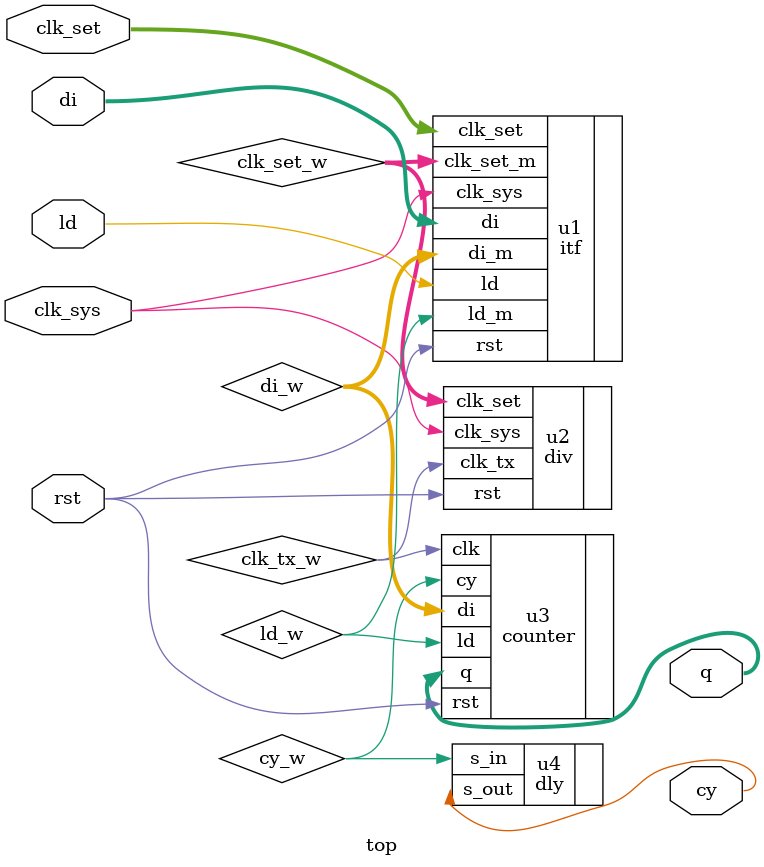
<source format=v>
`timescale 1ns/1ns
module top(clk_sys,rst,ld,di,clk_set,q,cy);
input clk_sys;
input rst;
input ld;
input[3:0] di;
input[1:0] clk_set;
output[3:0] q;
output cy;
//---------------------------------------------------
wire clk_tx_w;
wire ld_w;
wire cy_w;
wire[1:0] clk_set_w;
wire[3:0] di_w;
//---------------------------------------------------
itf u1
(
.clk_sys(clk_sys)      ,
.rst(rst)              ,
.ld(ld)                ,
.di(di)                ,
.clk_set(clk_set)      ,
.ld_m(ld_w)            ,
.di_m(di_w)            ,
.clk_set_m(clk_set_w)
);
//---------------------------------------------------
div u2
(.clk_sys(clk_sys)     ,
 .rst(rst)             ,
 .clk_set(clk_set_w)   ,
 .clk_tx(clk_tx_w)
);
//---------------------------------------------------
counter u3
(.clk(clk_tx_w)        ,
 .rst(rst)             ,
 .ld(ld_w)             ,
 .di(di_w)             ,
 .q(q)                 ,
 .cy(cy_w)
);
//---------------------------------------------------
dly u4
(.s_in(cy_w)           ,
 .s_out(cy)
);
//---------------------------------------------------
endmodule 

</source>
